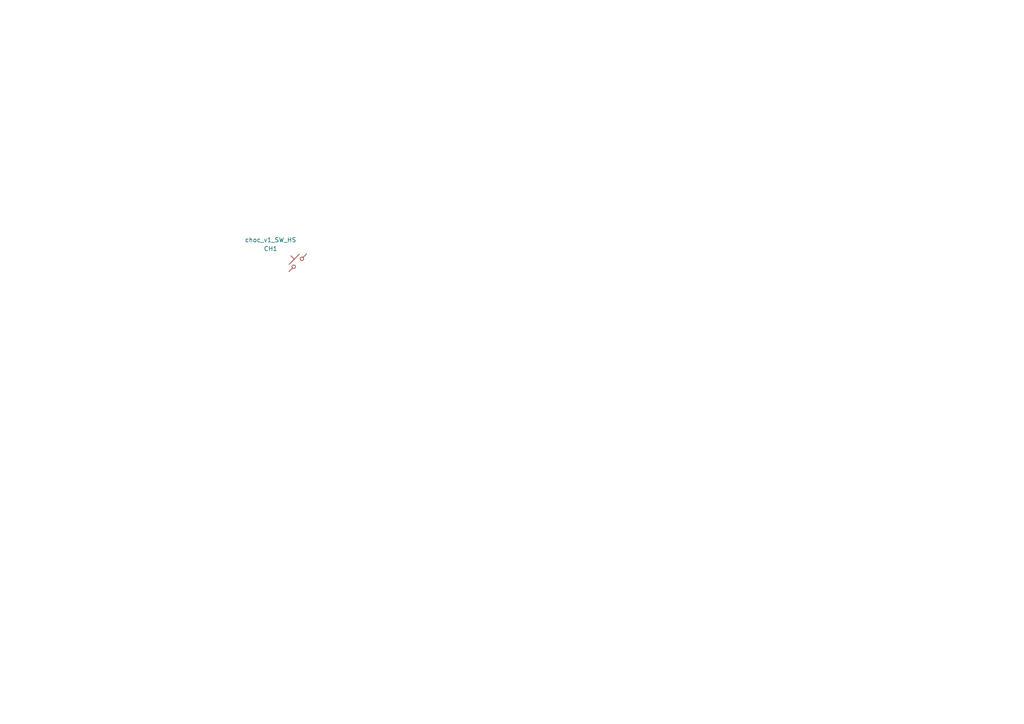
<source format=kicad_sch>
(kicad_sch (version 20250114) (generator "eeschema") (generator_version "9.0")
  (paper "A4")
  (lib_symbols
    (symbol "PCM_marbastlib-choc:choc_v1_SW_HS_CPG135001S30" (pin_numbers (hide yes)) (pin_names (offset 1.016) (hide yes))
      (property "Reference" "CH" (at 3.048 1.016 0))
      (property "Value" "choc_v1_SW_HS" (at 0 -3.81 0))
      (symbol "choc_v1_SW_HS_CPG135001S30_0_1"
        (polyline (pts (xy -2.54 2.54) (xy -1.524 1.524) (xy -1.524 1.524)))
        (circle (center -1.1684 1.1684) (radius 0.508))
        (polyline (pts (xy -0.508 2.54) (xy 2.54 -0.508)))
        (polyline (pts (xy 1.016 1.016) (xy 2.032 2.032)))
        (circle (center 1.143 -1.1938) (radius 0.508))
        (polyline (pts (xy 1.524 -1.524) (xy 2.54 -2.54) (xy 2.54 -2.54) (xy 2.54 -2.54)))
        (pin passive line (at -2.54 2.54 0) (length 0) (name "1") (number "1"))
        (pin passive line (at 2.54 -2.54 180) (length 0) (name "2") (number "2"))
      )
    )
  )
  (symbol (lib_id "PCM_marbastlib-choc:choc_v1_SW_HS_CPG135001S30") (at 86.36 76.2 90) (unit 1)
    (property "Reference" "CH1" (at 78.486 72.136 90))
    (property "Value" "choc_v1_SW_HS" (at 78.486 69.596 90))
    (property "Footprint" "PCM_marbastlib-choc:SW_choc_v1_HS_CPG135001S30_1u" (effects (hide yes)))
    (property "Description" "Push button switch, normally open, two pins, 45° tilted" (effects (hide yes)))
  )
)
</source>
